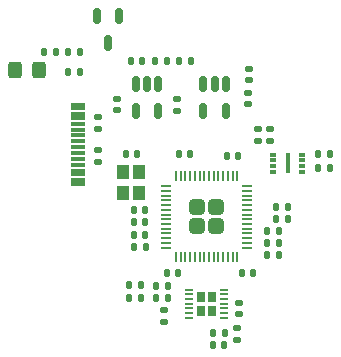
<source format=gbr>
%TF.GenerationSoftware,KiCad,Pcbnew,7.0.9*%
%TF.CreationDate,2024-09-29T22:30:58+03:00*%
%TF.ProjectId,LED-HeadBand,4c45442d-4865-4616-9442-616e642e6b69,rev?*%
%TF.SameCoordinates,Original*%
%TF.FileFunction,Paste,Top*%
%TF.FilePolarity,Positive*%
%FSLAX46Y46*%
G04 Gerber Fmt 4.6, Leading zero omitted, Abs format (unit mm)*
G04 Created by KiCad (PCBNEW 7.0.9) date 2024-09-29 22:30:58*
%MOMM*%
%LPD*%
G01*
G04 APERTURE LIST*
G04 Aperture macros list*
%AMRoundRect*
0 Rectangle with rounded corners*
0 $1 Rounding radius*
0 $2 $3 $4 $5 $6 $7 $8 $9 X,Y pos of 4 corners*
0 Add a 4 corners polygon primitive as box body*
4,1,4,$2,$3,$4,$5,$6,$7,$8,$9,$2,$3,0*
0 Add four circle primitives for the rounded corners*
1,1,$1+$1,$2,$3*
1,1,$1+$1,$4,$5*
1,1,$1+$1,$6,$7*
1,1,$1+$1,$8,$9*
0 Add four rect primitives between the rounded corners*
20,1,$1+$1,$2,$3,$4,$5,0*
20,1,$1+$1,$4,$5,$6,$7,0*
20,1,$1+$1,$6,$7,$8,$9,0*
20,1,$1+$1,$8,$9,$2,$3,0*%
G04 Aperture macros list end*
%ADD10RoundRect,0.140000X0.140000X0.170000X-0.140000X0.170000X-0.140000X-0.170000X0.140000X-0.170000X0*%
%ADD11RoundRect,0.135000X-0.135000X-0.185000X0.135000X-0.185000X0.135000X0.185000X-0.135000X0.185000X0*%
%ADD12RoundRect,0.135000X0.185000X-0.135000X0.185000X0.135000X-0.185000X0.135000X-0.185000X-0.135000X0*%
%ADD13RoundRect,0.140000X-0.170000X0.140000X-0.170000X-0.140000X0.170000X-0.140000X0.170000X0.140000X0*%
%ADD14RoundRect,0.135000X-0.185000X0.135000X-0.185000X-0.135000X0.185000X-0.135000X0.185000X0.135000X0*%
%ADD15RoundRect,0.140000X-0.140000X-0.170000X0.140000X-0.170000X0.140000X0.170000X-0.140000X0.170000X0*%
%ADD16RoundRect,0.150000X-0.150000X0.512500X-0.150000X-0.512500X0.150000X-0.512500X0.150000X0.512500X0*%
%ADD17RoundRect,0.135000X0.135000X0.185000X-0.135000X0.185000X-0.135000X-0.185000X0.135000X-0.185000X0*%
%ADD18RoundRect,0.249999X-0.395001X0.395001X-0.395001X-0.395001X0.395001X-0.395001X0.395001X0.395001X0*%
%ADD19RoundRect,0.050000X-0.050000X0.387500X-0.050000X-0.387500X0.050000X-0.387500X0.050000X0.387500X0*%
%ADD20RoundRect,0.050000X-0.387500X0.050000X-0.387500X-0.050000X0.387500X-0.050000X0.387500X0.050000X0*%
%ADD21R,1.000000X1.150000*%
%ADD22R,0.700000X0.970000*%
%ADD23R,0.700000X0.250000*%
%ADD24RoundRect,0.140000X0.170000X-0.140000X0.170000X0.140000X-0.170000X0.140000X-0.170000X-0.140000X0*%
%ADD25RoundRect,0.250000X0.325000X0.450000X-0.325000X0.450000X-0.325000X-0.450000X0.325000X-0.450000X0*%
%ADD26R,0.600000X0.300000*%
%ADD27R,0.300000X1.700000*%
%ADD28R,1.300000X0.300000*%
G04 APERTURE END LIST*
D10*
%TO.C,C23*%
X142565000Y-54610000D03*
X141605000Y-54610000D03*
%TD*%
D11*
%TO.C,R13*%
X127252000Y-29845000D03*
X128272000Y-29845000D03*
%TD*%
%TO.C,R14*%
X129284000Y-29845000D03*
X130304000Y-29845000D03*
%TD*%
D12*
%TO.C,R15*%
X143637000Y-54231000D03*
X143637000Y-53211000D03*
%TD*%
D13*
%TO.C,C20*%
X144610000Y-31262000D03*
X144610000Y-32222000D03*
%TD*%
D14*
%TO.C,R10*%
X145415000Y-36320000D03*
X145415000Y-37340000D03*
%TD*%
%TO.C,R9*%
X146431000Y-36320000D03*
X146431000Y-37340000D03*
%TD*%
D12*
%TO.C,R3*%
X137414000Y-52707000D03*
X137414000Y-51687000D03*
%TD*%
D10*
%TO.C,C12*%
X151483000Y-38481000D03*
X150523000Y-38481000D03*
%TD*%
D15*
%TO.C,C7*%
X134889400Y-45339000D03*
X135849400Y-45339000D03*
%TD*%
D16*
%TO.C,Q1*%
X133639600Y-26782600D03*
X131739600Y-26782600D03*
X132689600Y-29057600D03*
%TD*%
D15*
%TO.C,C4*%
X137696000Y-48514000D03*
X138656000Y-48514000D03*
%TD*%
D17*
%TO.C,R11*%
X139702000Y-30607000D03*
X138682000Y-30607000D03*
%TD*%
D12*
%TO.C,R6*%
X131826000Y-36324000D03*
X131826000Y-35304000D03*
%TD*%
D18*
%TO.C,U2*%
X141859000Y-42977000D03*
X140259000Y-42977000D03*
X141859000Y-44577000D03*
X140259000Y-44577000D03*
D19*
X143659000Y-40339500D03*
X143259000Y-40339500D03*
X142859000Y-40339500D03*
X142459000Y-40339500D03*
X142059000Y-40339500D03*
X141659000Y-40339500D03*
X141259000Y-40339500D03*
X140859000Y-40339500D03*
X140459000Y-40339500D03*
X140059000Y-40339500D03*
X139659000Y-40339500D03*
X139259000Y-40339500D03*
X138859000Y-40339500D03*
X138459000Y-40339500D03*
D20*
X137621500Y-41177000D03*
X137621500Y-41577000D03*
X137621500Y-41977000D03*
X137621500Y-42377000D03*
X137621500Y-42777000D03*
X137621500Y-43177000D03*
X137621500Y-43577000D03*
X137621500Y-43977000D03*
X137621500Y-44377000D03*
X137621500Y-44777000D03*
X137621500Y-45177000D03*
X137621500Y-45577000D03*
X137621500Y-45977000D03*
X137621500Y-46377000D03*
D19*
X138459000Y-47214500D03*
X138859000Y-47214500D03*
X139259000Y-47214500D03*
X139659000Y-47214500D03*
X140059000Y-47214500D03*
X140459000Y-47214500D03*
X140859000Y-47214500D03*
X141259000Y-47214500D03*
X141659000Y-47214500D03*
X142059000Y-47214500D03*
X142459000Y-47214500D03*
X142859000Y-47214500D03*
X143259000Y-47214500D03*
X143659000Y-47214500D03*
D20*
X144496500Y-46377000D03*
X144496500Y-45977000D03*
X144496500Y-45577000D03*
X144496500Y-45177000D03*
X144496500Y-44777000D03*
X144496500Y-44377000D03*
X144496500Y-43977000D03*
X144496500Y-43577000D03*
X144496500Y-43177000D03*
X144496500Y-42777000D03*
X144496500Y-42377000D03*
X144496500Y-41977000D03*
X144496500Y-41577000D03*
X144496500Y-41177000D03*
%TD*%
D12*
%TO.C,R4*%
X138557000Y-34800000D03*
X138557000Y-33780000D03*
%TD*%
D10*
%TO.C,C6*%
X147152400Y-44945400D03*
X146192400Y-44945400D03*
%TD*%
D21*
%TO.C,Y1*%
X135367400Y-41744400D03*
X135367400Y-39994400D03*
X133967400Y-39994400D03*
X133967400Y-41744400D03*
%TD*%
D16*
%TO.C,U4*%
X142682000Y-32517500D03*
X141732000Y-32517500D03*
X140782000Y-32517500D03*
X140782000Y-34792500D03*
X142682000Y-34792500D03*
%TD*%
D10*
%TO.C,C8*%
X147927000Y-42926000D03*
X146967000Y-42926000D03*
%TD*%
D11*
%TO.C,R8*%
X134872000Y-46355000D03*
X135892000Y-46355000D03*
%TD*%
D15*
%TO.C,C1*%
X142776000Y-38608000D03*
X143736000Y-38608000D03*
%TD*%
D22*
%TO.C,U1*%
X141478000Y-51721000D03*
X141478000Y-50546000D03*
X140583000Y-51717100D03*
X140583000Y-50546000D03*
D23*
X142508000Y-52333500D03*
X142508000Y-51933500D03*
X142508000Y-51533500D03*
X142508000Y-51133500D03*
X142508000Y-50733500D03*
X142508000Y-50333500D03*
X142508000Y-49933500D03*
X139558000Y-49933500D03*
X139558000Y-50333500D03*
X139558000Y-50733500D03*
X139558000Y-51133500D03*
X139558000Y-51533500D03*
X139558000Y-51933500D03*
X139558000Y-52333500D03*
%TD*%
D24*
%TO.C,C22*%
X133477000Y-34770000D03*
X133477000Y-33810000D03*
%TD*%
D25*
%TO.C,D1*%
X126873000Y-31369000D03*
X124823000Y-31369000D03*
%TD*%
D15*
%TO.C,C14*%
X134889400Y-43167400D03*
X135849400Y-43167400D03*
%TD*%
D17*
%TO.C,R12*%
X137690000Y-30607000D03*
X136670000Y-30607000D03*
%TD*%
D26*
%TO.C,U3*%
X146668500Y-38497000D03*
X146668500Y-38997000D03*
X146668500Y-39497000D03*
X146668500Y-39997000D03*
X149168500Y-39997000D03*
X149168500Y-39497000D03*
X149168500Y-38997000D03*
X149168500Y-38497000D03*
D27*
X147918500Y-39247000D03*
%TD*%
D10*
%TO.C,C11*%
X151483000Y-39624000D03*
X150523000Y-39624000D03*
%TD*%
D15*
%TO.C,C17*%
X136807000Y-50641000D03*
X137767000Y-50641000D03*
%TD*%
D11*
%TO.C,R2*%
X134491000Y-50673000D03*
X135511000Y-50673000D03*
%TD*%
D15*
%TO.C,C19*%
X136807000Y-49657000D03*
X137767000Y-49657000D03*
%TD*%
D13*
%TO.C,C16*%
X143764000Y-51082000D03*
X143764000Y-52042000D03*
%TD*%
D24*
%TO.C,C18*%
X144582000Y-34215000D03*
X144582000Y-33255000D03*
%TD*%
D10*
%TO.C,C10*%
X147152400Y-45961400D03*
X146192400Y-45961400D03*
%TD*%
D17*
%TO.C,R5*%
X130354800Y-31496000D03*
X129334800Y-31496000D03*
%TD*%
%TO.C,R1*%
X135511000Y-49530000D03*
X134491000Y-49530000D03*
%TD*%
D10*
%TO.C,C24*%
X147152400Y-46977400D03*
X146192400Y-46977400D03*
%TD*%
D28*
%TO.C,U6*%
X130156062Y-34279987D03*
X130156062Y-35080089D03*
X130156062Y-36380064D03*
X130156062Y-37380064D03*
X130156062Y-37879936D03*
X130156062Y-38879682D03*
X130155808Y-40180165D03*
X130156062Y-40980013D03*
X130156062Y-40680038D03*
X130155808Y-39879936D03*
X130156062Y-39380064D03*
X130156062Y-38380064D03*
X130156062Y-36879936D03*
X130156062Y-35879936D03*
X130156062Y-35380064D03*
X130156062Y-34579962D03*
%TD*%
D15*
%TO.C,C15*%
X141633000Y-53594000D03*
X142593000Y-53594000D03*
%TD*%
D12*
%TO.C,R7*%
X131826000Y-39118000D03*
X131826000Y-38098000D03*
%TD*%
D10*
%TO.C,C13*%
X135187400Y-38468400D03*
X134227400Y-38468400D03*
%TD*%
%TO.C,C9*%
X147927000Y-43929400D03*
X146967000Y-43929400D03*
%TD*%
D15*
%TO.C,C2*%
X138712000Y-38481000D03*
X139672000Y-38481000D03*
%TD*%
D16*
%TO.C,U5*%
X136967000Y-32517500D03*
X136017000Y-32517500D03*
X135067000Y-32517500D03*
X135067000Y-34792500D03*
X136967000Y-34792500D03*
%TD*%
D10*
%TO.C,C21*%
X135608000Y-30607000D03*
X134648000Y-30607000D03*
%TD*%
%TO.C,C5*%
X145006000Y-48514000D03*
X144046000Y-48514000D03*
%TD*%
D15*
%TO.C,C3*%
X134889400Y-44183400D03*
X135849400Y-44183400D03*
%TD*%
M02*

</source>
